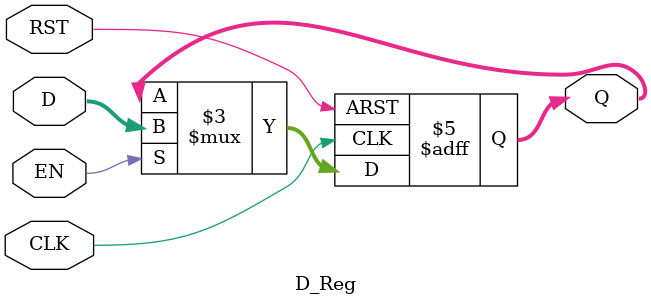
<source format=v>
module D_Reg #(parameter WIDTH=32)(
        input wire  [WIDTH-1:0] D,
        input wire              EN,
        input wire              CLK,
        input wire              RST,
        output reg [WIDTH-1:0] Q
    );
    
    always @(posedge CLK or posedge RST) begin
        if (RST) Q <= 0;
        else if (EN) Q <= D;
        else Q <= Q;
    end

endmodule
</source>
